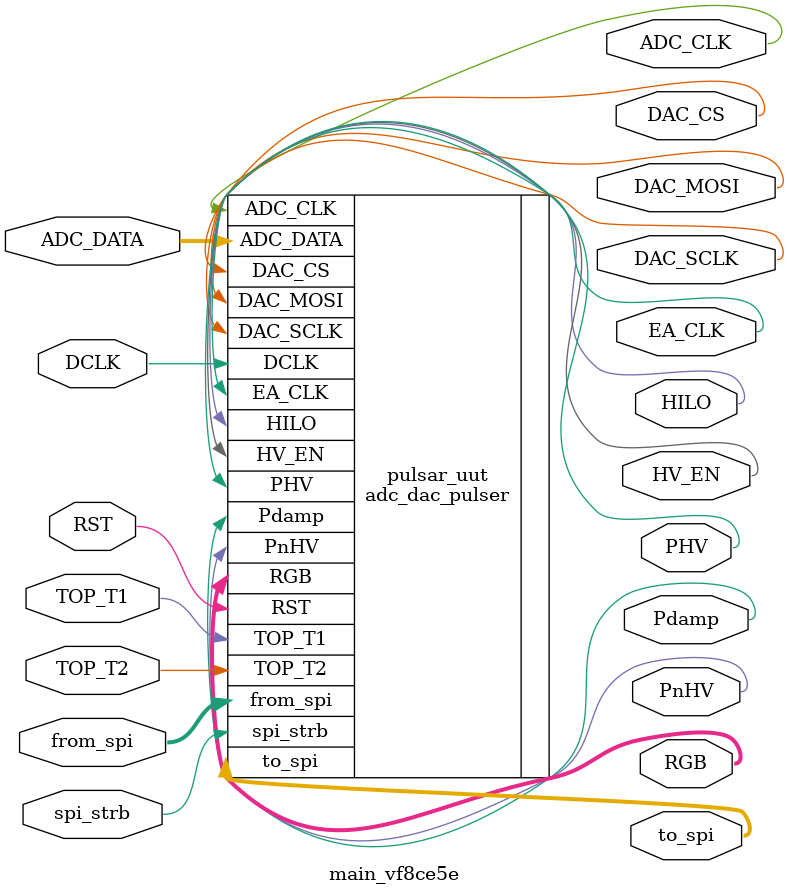
<source format=v>

`default_nettype none

module main (
 input va527ad,
 input v22f8d1,
 input [9:0] vdf932c,
 input vd2f057,
 input vc8d753,
 input v92a92f,
 input v3df3e1,
 input v36b650,
 output v195b8b,
 output v1955dc,
 output vd13f63,
 output v05493a,
 output v879a5c,
 output v24805d,
 output v1eb576,
 output v613efa,
 output [2:0] v82db97,
 output v9ce098,
 output v904e8c,
 output veaa70d
);
 wire w0;
 wire w1;
 wire w2;
 wire w3;
 wire w4;
 wire w5;
 wire w6;
 wire [0:7] w7;
 wire [0:7] w8;
 wire w9;
 wire [0:9] w10;
 wire w11;
 wire w12;
 wire w13;
 wire w14;
 wire w15;
 wire w16;
 wire w17;
 wire w18;
 wire [0:2] w19;
 wire w20;
 wire w21;
 wire w22;
 wire w23;
 assign w0 = va527ad;
 assign v195b8b = w1;
 assign w2 = vd2f057;
 assign w3 = v22f8d1;
 assign w4 = vc8d753;
 assign w5 = vc8d753;
 assign w9 = v92a92f;
 assign w10 = vdf932c;
 assign w11 = v3df3e1;
 assign w12 = v36b650;
 assign v24805d = w13;
 assign v1955dc = w14;
 assign v05493a = w15;
 assign v9ce098 = w16;
 assign v904e8c = w17;
 assign v613efa = w18;
 assign v82db97 = w19;
 assign vd13f63 = w20;
 assign v879a5c = w21;
 assign v1eb576 = w22;
 assign veaa70d = w23;
 assign w5 = w4;
 main_v69b127 v69b127 (
  .ICE_CS(w0),
  .F_MISO(w1),
  .F_MOSI(w2),
  .F_SCLK(w3),
  .RST(w4),
  .spi_strb(w6),
  .from_spi(w7),
  .to_spi(w8)
 );
 main_vf8ce5e vf8ce5e (
  .RST(w5),
  .spi_strb(w6),
  .from_spi(w7),
  .to_spi(w8),
  .DCLK(w9),
  .ADC_DATA(w10),
  .TOP_T1(w11),
  .TOP_T2(w12),
  .Pdamp(w13),
  .PHV(w14),
  .PnHV(w15),
  .DAC_CS(w16),
  .DAC_MOSI(w17),
  .DAC_SCLK(w18),
  .RGB(w19),
  .HILO(w20),
  .HV_EN(w21),
  .ADC_CLK(w22),
  .EA_CLK(w23)
 );
endmodule

/*-------------------------------------------------*/
/*--   */
/*-- - - - - - - - - - - - - - - - - - - - - - - --*/
/*-- 
/*-------------------------------------------------*/

module main_v69b127 (
 input ICE_CS,
 input F_SCLK,
 input F_MOSI,
 input [7:0] to_spi,
 input RST,
 output F_MISO,
 output [7:0] from_spi,
 output spi_strb
);
 // @include spi_slave.v
  spi_slave spi_uut(
 .rstb(!RST),.ten(1'b1),
 .mlb(1'b1),.ss(ICE_CS),
 .sck(F_SCLK),.sdin(F_MOSI),
 .sdout(F_MISO),.tdata(to_spi),
 .done(spi_strb),.rdata(from_spi));
endmodule

module main_vf8ce5e (
 input RST,
 input DCLK,
 input [9:0] ADC_DATA,
 input TOP_T1,
 input TOP_T2,
 input [7:0] from_spi,
 input spi_strb,
 output PHV,
 output PnHV,
 output Pdamp,
 output HILO,
 output HV_EN,
 output ADC_CLK,
 output DAC_SCLK,
 output DAC_CS,
 output DAC_MOSI,
 output [7:0] to_spi,
 output [2:0] RGB,
 output EA_CLK
);
 // @include adc_dac_pulser.v
 // @include mcp4812.v
 
 adc_dac_pulser pulsar_uut(
  .RST      (RST     ),
  .DCLK     (DCLK    ),
  .ADC_DATA (ADC_DATA),
  .HILO     (HILO    ),
  .HV_EN    (HV_EN   ),
  .TOP_T1   (TOP_T1  ),
  .TOP_T2   (TOP_T2  ),
  .EA_CLK   (EA_CLK  ),
  .PHV      (PHV     ),
  .PnHV     (PnHV    ),
  .Pdamp    (Pdamp   ),
  .ADC_CLK  (ADC_CLK ),
  .DAC_SCLK (DAC_SCLK),
  .DAC_CS   (DAC_CS  ),
  .DAC_MOSI (DAC_MOSI),
  .spi_strb (spi_strb),
  .to_spi   (to_spi  ),
  .from_spi (from_spi),
  .RGB      (RGB     ));
endmodule

</source>
